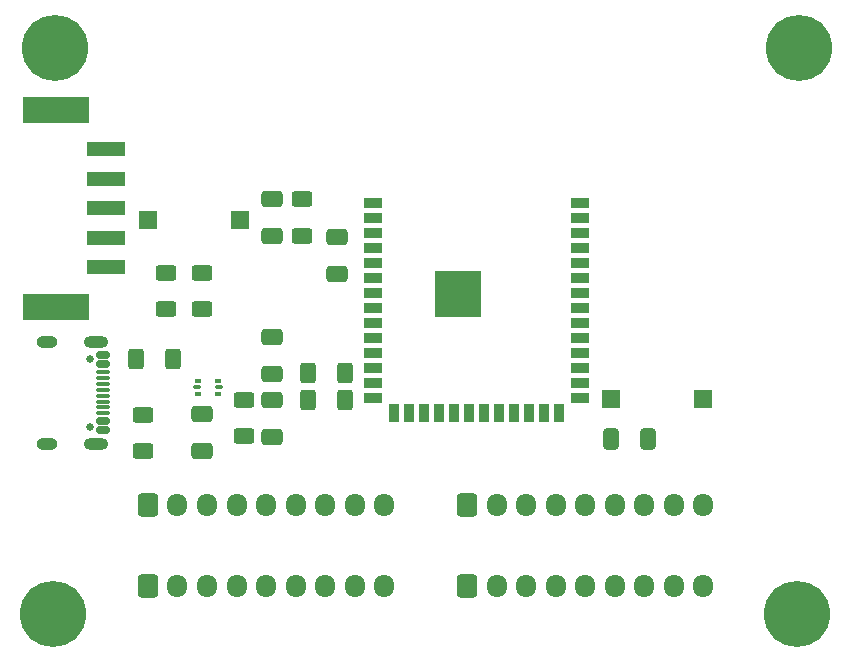
<source format=gbr>
%TF.GenerationSoftware,KiCad,Pcbnew,8.0.8*%
%TF.CreationDate,2025-05-21T09:44:21+02:00*%
%TF.ProjectId,Buttons_Displays_ESP32,42757474-6f6e-4735-9f44-6973706c6179,rev?*%
%TF.SameCoordinates,Original*%
%TF.FileFunction,Soldermask,Top*%
%TF.FilePolarity,Negative*%
%FSLAX46Y46*%
G04 Gerber Fmt 4.6, Leading zero omitted, Abs format (unit mm)*
G04 Created by KiCad (PCBNEW 8.0.8) date 2025-05-21 09:44:21*
%MOMM*%
%LPD*%
G01*
G04 APERTURE LIST*
G04 Aperture macros list*
%AMRoundRect*
0 Rectangle with rounded corners*
0 $1 Rounding radius*
0 $2 $3 $4 $5 $6 $7 $8 $9 X,Y pos of 4 corners*
0 Add a 4 corners polygon primitive as box body*
4,1,4,$2,$3,$4,$5,$6,$7,$8,$9,$2,$3,0*
0 Add four circle primitives for the rounded corners*
1,1,$1+$1,$2,$3*
1,1,$1+$1,$4,$5*
1,1,$1+$1,$6,$7*
1,1,$1+$1,$8,$9*
0 Add four rect primitives between the rounded corners*
20,1,$1+$1,$2,$3,$4,$5,0*
20,1,$1+$1,$4,$5,$6,$7,0*
20,1,$1+$1,$6,$7,$8,$9,0*
20,1,$1+$1,$8,$9,$2,$3,0*%
G04 Aperture macros list end*
%ADD10RoundRect,0.250000X-0.600000X-0.725000X0.600000X-0.725000X0.600000X0.725000X-0.600000X0.725000X0*%
%ADD11O,1.700000X1.950000*%
%ADD12RoundRect,0.250000X-0.412500X-0.650000X0.412500X-0.650000X0.412500X0.650000X-0.412500X0.650000X0*%
%ADD13RoundRect,0.250000X-0.625000X0.400000X-0.625000X-0.400000X0.625000X-0.400000X0.625000X0.400000X0*%
%ADD14R,1.500000X1.500000*%
%ADD15R,3.200000X1.200000*%
%ADD16R,5.600000X2.200000*%
%ADD17RoundRect,0.093750X-0.156250X-0.093750X0.156250X-0.093750X0.156250X0.093750X-0.156250X0.093750X0*%
%ADD18RoundRect,0.075000X-0.250000X-0.075000X0.250000X-0.075000X0.250000X0.075000X-0.250000X0.075000X0*%
%ADD19RoundRect,0.250000X0.400000X0.625000X-0.400000X0.625000X-0.400000X-0.625000X0.400000X-0.625000X0*%
%ADD20RoundRect,0.250000X0.625000X-0.400000X0.625000X0.400000X-0.625000X0.400000X-0.625000X-0.400000X0*%
%ADD21RoundRect,0.250000X-0.650000X0.412500X-0.650000X-0.412500X0.650000X-0.412500X0.650000X0.412500X0*%
%ADD22C,5.600000*%
%ADD23RoundRect,0.250000X0.650000X-0.412500X0.650000X0.412500X-0.650000X0.412500X-0.650000X-0.412500X0*%
%ADD24R,1.500000X0.900000*%
%ADD25R,0.900000X1.500000*%
%ADD26C,0.600000*%
%ADD27R,3.900000X3.900000*%
%ADD28C,0.650000*%
%ADD29RoundRect,0.150000X-0.425000X0.150000X-0.425000X-0.150000X0.425000X-0.150000X0.425000X0.150000X0*%
%ADD30RoundRect,0.075000X-0.500000X0.075000X-0.500000X-0.075000X0.500000X-0.075000X0.500000X0.075000X0*%
%ADD31O,2.100000X1.000000*%
%ADD32O,1.800000X1.000000*%
G04 APERTURE END LIST*
D10*
%TO.C,J3*%
X108710000Y-91840000D03*
D11*
X111210000Y-91840000D03*
X113710000Y-91840000D03*
X116210000Y-91840000D03*
X118710000Y-91840000D03*
X121210000Y-91840000D03*
X123710000Y-91840000D03*
X126210000Y-91840000D03*
X128710000Y-91840000D03*
%TD*%
D12*
%TO.C,C2*%
X147937500Y-86250000D03*
X151062500Y-86250000D03*
%TD*%
D13*
%TO.C,R1*%
X113250000Y-72200000D03*
X113250000Y-75300000D03*
%TD*%
D14*
%TO.C,SW1*%
X147900000Y-82900000D03*
X155700000Y-82900000D03*
%TD*%
D15*
%TO.C,J5*%
X105175000Y-61750000D03*
X105175000Y-64250000D03*
X105175000Y-66750000D03*
X105175000Y-69250000D03*
X105175000Y-71750000D03*
D16*
X100925000Y-58400000D03*
X100925000Y-75100000D03*
%TD*%
D17*
%TO.C,U2*%
X112950000Y-81362500D03*
D18*
X112875000Y-81900000D03*
D17*
X112950000Y-82437500D03*
X114650000Y-82437500D03*
D18*
X114725000Y-81900000D03*
D17*
X114650000Y-81362500D03*
%TD*%
D19*
%TO.C,R4*%
X125400000Y-83000000D03*
X122300000Y-83000000D03*
%TD*%
D14*
%TO.C,SW2*%
X116500000Y-67750000D03*
X108700000Y-67750000D03*
%TD*%
D20*
%TO.C,R7*%
X108300000Y-87300000D03*
X108300000Y-84200000D03*
%TD*%
D21*
%TO.C,C5*%
X119200000Y-77637500D03*
X119200000Y-80762500D03*
%TD*%
D10*
%TO.C,J4*%
X108710000Y-98740000D03*
D11*
X111210000Y-98740000D03*
X113710000Y-98740000D03*
X116210000Y-98740000D03*
X118710000Y-98740000D03*
X121210000Y-98740000D03*
X123710000Y-98740000D03*
X126210000Y-98740000D03*
X128710000Y-98740000D03*
%TD*%
D22*
%TO.C,REF\u002A\u002A*%
X163700000Y-101100000D03*
%TD*%
D19*
%TO.C,R8*%
X110800000Y-79500000D03*
X107700000Y-79500000D03*
%TD*%
D23*
%TO.C,C1*%
X124750000Y-72312500D03*
X124750000Y-69187500D03*
%TD*%
D19*
%TO.C,R3*%
X125400000Y-80700000D03*
X122300000Y-80700000D03*
%TD*%
D21*
%TO.C,C6*%
X113250000Y-84187500D03*
X113250000Y-87312500D03*
%TD*%
D13*
%TO.C,R5*%
X121750000Y-65950000D03*
X121750000Y-69050000D03*
%TD*%
D20*
%TO.C,R6*%
X116800000Y-86050000D03*
X116800000Y-82950000D03*
%TD*%
D10*
%TO.C,J2*%
X135730000Y-98740000D03*
D11*
X138230000Y-98740000D03*
X140730000Y-98740000D03*
X143230000Y-98740000D03*
X145730000Y-98740000D03*
X148230000Y-98740000D03*
X150730000Y-98740000D03*
X153230000Y-98740000D03*
X155730000Y-98740000D03*
%TD*%
D22*
%TO.C,REF\u002A\u002A*%
X163800000Y-53200000D03*
%TD*%
D23*
%TO.C,C3*%
X119250000Y-69062500D03*
X119250000Y-65937500D03*
%TD*%
D22*
%TO.C,REF\u002A\u002A*%
X100800000Y-53200000D03*
%TD*%
D24*
%TO.C,U1*%
X127750000Y-66300000D03*
X127750000Y-67570000D03*
X127750000Y-68840000D03*
X127750000Y-70110000D03*
X127750000Y-71380000D03*
X127750000Y-72650000D03*
X127750000Y-73920000D03*
X127750000Y-75190000D03*
X127750000Y-76460000D03*
X127750000Y-77730000D03*
X127750000Y-79000000D03*
X127750000Y-80270000D03*
X127750000Y-81540000D03*
X127750000Y-82810000D03*
D25*
X129515000Y-84060000D03*
X130785000Y-84060000D03*
X132055000Y-84060000D03*
X133325000Y-84060000D03*
X134595000Y-84060000D03*
X135865000Y-84060000D03*
X137135000Y-84060000D03*
X138405000Y-84060000D03*
X139675000Y-84060000D03*
X140945000Y-84060000D03*
X142215000Y-84060000D03*
X143485000Y-84060000D03*
D24*
X145250000Y-82810000D03*
X145250000Y-81540000D03*
X145250000Y-80270000D03*
X145250000Y-79000000D03*
X145250000Y-77730000D03*
X145250000Y-76460000D03*
X145250000Y-75190000D03*
X145250000Y-73920000D03*
X145250000Y-72650000D03*
X145250000Y-71380000D03*
X145250000Y-70110000D03*
X145250000Y-68840000D03*
X145250000Y-67570000D03*
X145250000Y-66300000D03*
D26*
X133600000Y-73320000D03*
X133600000Y-74720000D03*
X134300000Y-72620000D03*
X134300000Y-74020000D03*
X134300000Y-75420000D03*
X135000000Y-73320000D03*
D27*
X135000000Y-74020000D03*
D26*
X135000000Y-74720000D03*
X135700000Y-72620000D03*
X135700000Y-74020000D03*
X135700000Y-75420000D03*
X136400000Y-73320000D03*
X136400000Y-74720000D03*
%TD*%
D22*
%TO.C,REF\u002A\u002A*%
X100700000Y-101100000D03*
%TD*%
D10*
%TO.C,J1*%
X135730000Y-91840000D03*
D11*
X138230000Y-91840000D03*
X140730000Y-91840000D03*
X143230000Y-91840000D03*
X145730000Y-91840000D03*
X148230000Y-91840000D03*
X150730000Y-91840000D03*
X153230000Y-91840000D03*
X155730000Y-91840000D03*
%TD*%
D20*
%TO.C,R2*%
X110250000Y-75300000D03*
X110250000Y-72200000D03*
%TD*%
D28*
%TO.C,J6*%
X103815000Y-79460000D03*
X103815000Y-85240000D03*
D29*
X104890000Y-79150000D03*
X104890000Y-79950000D03*
D30*
X104890000Y-81100000D03*
X104890000Y-82100000D03*
X104890000Y-82600000D03*
X104890000Y-83600000D03*
D29*
X104890000Y-84750000D03*
X104890000Y-85550000D03*
X104890000Y-85550000D03*
X104890000Y-84750000D03*
D30*
X104890000Y-84100000D03*
X104890000Y-83100000D03*
X104890000Y-81600000D03*
X104890000Y-80600000D03*
D29*
X104890000Y-79950000D03*
X104890000Y-79150000D03*
D31*
X104315000Y-78030000D03*
D32*
X100135000Y-78030000D03*
D31*
X104315000Y-86670000D03*
D32*
X100135000Y-86670000D03*
%TD*%
D23*
%TO.C,C4*%
X119200000Y-86062500D03*
X119200000Y-82937500D03*
%TD*%
M02*

</source>
